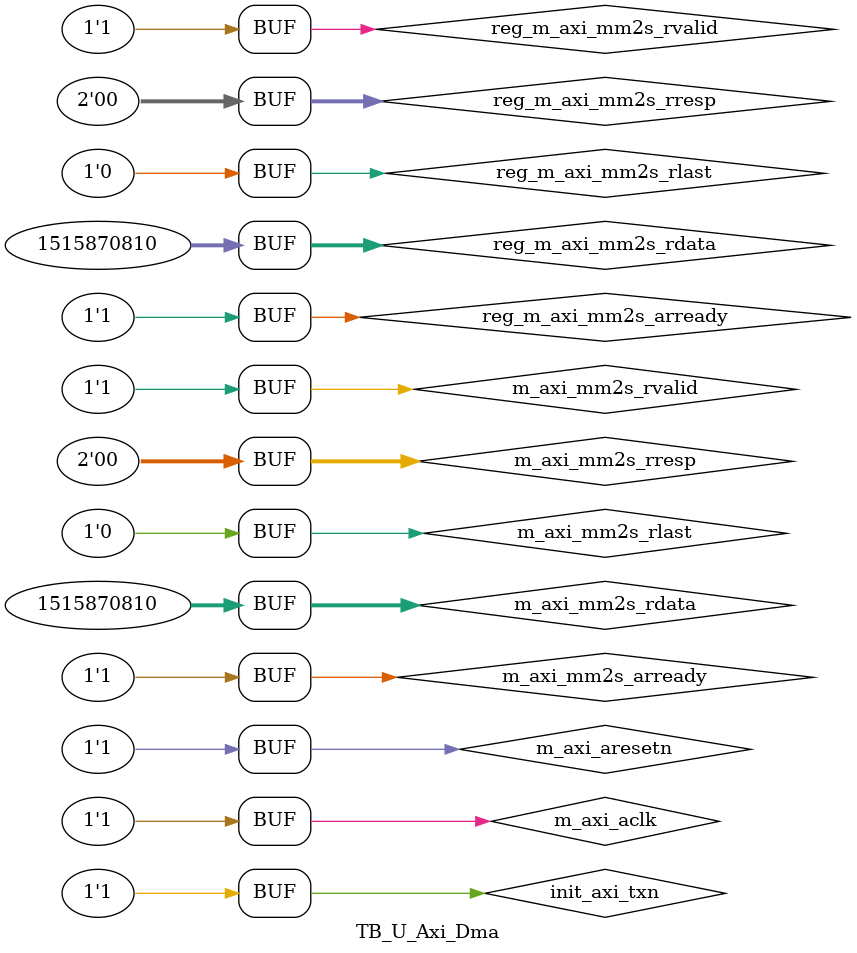
<source format=v>
`timescale 1ns / 1ps


module TB_U_Axi_Dma(

    );
    
    reg         init_axi_txn;
    reg         m_axi_aclk;
    reg         m_axi_aresetn;              
    //写地址通道
    wire [31:0] m_axi_awaddr;
    wire [2:0]  m_axi_awprot;
    wire        m_axi_awvalid;
    wire        m_axi_awready;
    //写数据通道
    wire [31:0] m_axi_wdata;
    wire [3:0]  m_axi_wstrb;                             
    wire        m_axi_wvalid;
    wire        m_axi_wready;        
    //写响应通道
    wire [1:0]   m_axi_bresp;
    wire         m_axi_bvalid;
    wire         m_axi_bready;
    //读地址通道
    wire [31:0]  m_axi_araddr;
    wire [2:0]   m_axi_arprot;
    wire         m_axi_arvalid;    
    wire         m_axi_arready;
    //读数据通道
    wire [31:0]  m_axi_rdata;
    wire [1:0]   m_axi_rresp;
    wire         m_axi_rvalid;
    wire         m_axi_rready; 
    //axis_fifo 数据接口
    wire [31:0] m_axis_mm2s_tdata;
    wire [3:0]  m_axis_mm2s_tkeep;
    wire        m_axis_mm2s_tlast;
    wire        m_axis_mm2s_tready;
    wire        m_axis_mm2s_tvalid;
    //内存AXI接口
    wire [31:0]       m_axi_mm2s_araddr ;
    wire [1:0]        m_axi_mm2s_arburst;
    wire [3:0]        m_axi_mm2s_arcache;
    wire [7:0]        m_axi_mm2s_arlen  ;
    wire [2:0]        m_axi_mm2s_arprot ;
    wire              m_axi_mm2s_arready;
    wire [2:0]        m_axi_mm2s_arsize ;
    wire              m_axi_mm2s_arvalid;
    wire [31:0]       m_axi_mm2s_rdata  ;
    wire              m_axi_mm2s_rlast  ;
    wire              m_axi_mm2s_rready ;
    wire [1:0]        m_axi_mm2s_rresp  ;
    wire              m_axi_mm2s_rvalid ; 
    
    reg               reg_m_axi_mm2s_arready;
    reg [31:0]        reg_m_axi_mm2s_rdata;
    reg [1:0]         reg_m_axi_mm2s_rresp;
    reg               reg_m_axi_mm2s_rlast;
    reg               reg_m_axi_mm2s_rvalid;
        
    assign m_axi_mm2s_arready   =   reg_m_axi_mm2s_arready;
    assign m_axi_mm2s_rdata     =   reg_m_axi_mm2s_rdata;
    assign m_axi_mm2s_rresp     =   reg_m_axi_mm2s_rresp;
    assign m_axi_mm2s_rlast     =   reg_m_axi_mm2s_rlast;
    assign m_axi_mm2s_rvalid    =   reg_m_axi_mm2s_rvalid;
                                        
    parameter PERIOD = 10;
    
    U_AxiDma_Ctrl_v1_0_M00_AXI u_U_AxiDma_Ctrl(
       .INIT_AXI_TXN       (init_axi_txn)      ,
       .M_AXI_ACLK         (m_axi_aclk)        ,
       .M_AXI_ARESETN      (m_axi_aresetn)     ,
       //写地址通道
       .M_AXI_AWADDR       (m_axi_awaddr)      ,//out
       .M_AXI_AWPROT       (m_axi_awprot)      ,//out
       .M_AXI_AWVALID      (m_axi_awvalid)     ,//out
       .M_AXI_AWREADY      (m_axi_awready)     ,//in
        //写数据通道
        .M_AXI_WDATA        (m_axi_wdata)       ,//out
        .M_AXI_WSTRB        (m_axi_wstrb)       ,//out
        .M_AXI_WVALID       (m_axi_wvalid)      ,//out
        .M_AXI_WREADY       (m_axi_wready)      ,//in
        //写响应通道
        .M_AXI_BRESP        (m_axi_bresp)       ,//in
        .M_AXI_BVALID       (m_axi_bvalid)      ,//in
        .M_AXI_BREADY       (m_axi_bready)      ,//out
        //读地址通道
        .M_AXI_ARADDR       (m_axi_araddr)      ,//out
        .M_AXI_ARPROT       (m_axi_arprot)      ,//out      
        .M_AXI_ARVALID      (m_axi_arvalid)     ,//out
        .M_AXI_ARREADY      (m_axi_arready)     ,//in
        //读数据通道                              
        .M_AXI_RDATA        (m_axi_rdata)       ,//in
        .M_AXI_RRESP        (m_axi_rresp)       ,//in
        .M_AXI_RVALID       (m_axi_rvalid)      ,//in
        .M_AXI_RREADY       (m_axi_rready)      //out                             
    );
    
    design_1_axi_dma_0_0 U_axi_dma_0
    (
        .s_axi_lite_aclk    (m_axi_aclk)        ,
        .m_axi_mm2s_aclk    (m_axi_aclk)        ,
        .m_axi_s2mm_aclk    (m_axi_aclk)        ,
        .axi_resetn         (m_axi_aresetn)     ,        
        //写地址通道    
        .s_axi_lite_awaddr  (m_axi_awaddr)      ,
        .s_axi_lite_awready (m_axi_awready)     ,                 //out
        .s_axi_lite_awvalid (m_axi_awvalid )    ,        //in
        //写数据通道
        .s_axi_lite_wvalid  (m_axi_wvalid)      ,                          //in
        .s_axi_lite_wdata   (m_axi_wdata)       ,
        .s_axi_lite_wready  (m_axi_wready)      ,
        //写响应通道
        .s_axi_lite_bready  (m_axi_bready)      ,
        .s_axi_lite_bresp   (m_axi_bresp)       ,
        .s_axi_lite_bvalid  (m_axi_bvalid)      ,
        //读地址通道
        .s_axi_lite_araddr  (m_axi_araddr)      ,
        .s_axi_lite_arready (m_axi_arready)     ,
        .s_axi_lite_arvalid (m_axi_arvalid)     ,
        //读数据通道
        .s_axi_lite_rdata   (m_axi_rdata)       ,
        .s_axi_lite_rresp   (m_axi_rresp)       ,
        .s_axi_lite_rvalid  (m_axi_rvalid)      ,
        .s_axi_lite_rready  (m_axi_rready)      ,
        //内存接口
        .m_axi_mm2s_araddr  (m_axi_mm2s_araddr  ),
        .m_axi_mm2s_arburst (m_axi_mm2s_arburst ),
        .m_axi_mm2s_arcache (m_axi_mm2s_arcache ),
        .m_axi_mm2s_arlen   (m_axi_mm2s_arlen   ),
        .m_axi_mm2s_arprot  (m_axi_mm2s_arprot  ),
        .m_axi_mm2s_arready (m_axi_mm2s_arready ),
        .m_axi_mm2s_arsize  (m_axi_mm2s_arsize  ),
        .m_axi_mm2s_arvalid (m_axi_mm2s_arvalid ),
        .m_axi_mm2s_rdata   (m_axi_mm2s_rdata   ),
        .m_axi_mm2s_rlast   (m_axi_mm2s_rlast   ),
        .m_axi_mm2s_rready  (m_axi_mm2s_rready  ),
        .m_axi_mm2s_rresp   (m_axi_mm2s_rresp   ),
        .m_axi_mm2s_rvalid  (m_axi_mm2s_rvalid  ),                                
        //AXIS_FIFO接口
        .m_axis_mm2s_tdata  (m_axis_mm2s_tdata  ),
        .m_axis_mm2s_tkeep  (m_axis_mm2s_tkeep  ),
        .m_axis_mm2s_tlast  (m_axis_mm2s_tlast  ),
        .m_axis_mm2s_tready (m_axis_mm2s_tready ),
        .m_axis_mm2s_tvalid (m_axis_mm2s_tvalid )                                      
    );
    
    axis_data_fifo_0 U_aixs_data_fifo(
    
        .s_axis_aresetn     (m_axi_aresetn),
        .s_axis_aclk        (m_axi_aclk),
        
        .s_axis_tvalid      (m_axis_mm2s_tvalid)        ,
        .s_axis_tready      (m_axis_mm2s_tready)        ,
        .s_axis_tdata       (m_axis_mm2s_tdata)         ,
        .s_axis_tkeep       (m_axis_mm2s_tkeep)         ,
        .s_axis_tlast       (m_axis_mm2s_tlast)   
    );
    
       
 
    always begin
       m_axi_aclk = 1'b0;
       #(PERIOD/2) m_axi_aclk = 1'b1;
       #(PERIOD/2);
    end
    
    initial begin
    m_axi_aresetn = 1'b0;
    #100
    m_axi_aresetn = 1'b1;
    end         
    
    initial begin
    init_axi_txn = 1'b0;
    #20000
    init_axi_txn = 1'b1;
    end
    
    initial begin
    #100
    reg_m_axi_mm2s_arready = 1'b1;
    reg_m_axi_mm2s_rdata      = 32'h5a5a_5a5a;
    reg_m_axi_mm2s_rresp       = 2'b00;
    reg_m_axi_mm2s_rlast      = 1'b0;
    reg_m_axi_mm2s_rvalid     = 1'b1;
    end
    
//    initial begin
//    m_axi_awready = 1'b1;
//    m_axi_wready  = 1'b1;
//    m_axi_bresp   = 1'b1;   
//    end 
    
//    always@(posedge m_axi_aclk or negedge m_axi_aresetn)
//    begin
//        if(m_axi_awvalid && m_axi_wvalid)
//        m_axi_bvalid <= 1'b1;
//        else
//        m_axi_bvalid <= 1'b0;
//    end
endmodule

</source>
